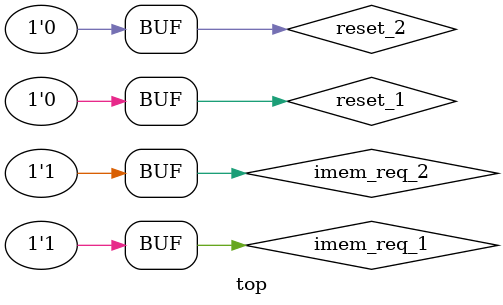
<source format=sv>
`ifdef RISCV_FORMAL
    `define RVFI
`endif

module top (

);
    (* gclk *) reg clk;

    logic clock;
    initial clock = 0;
    always @(posedge clk) begin
        clock <= !clock;
    end

    logic clock_1;
    logic clock_2;

    logic reset_1;
    logic reset_2;
	initial begin
        #10;
		reset_1 <= 1;
		reset_2 <= 1;
        #40;
		reset_1 <= 0;
		reset_2 <= 0;

	end
	//always @(posedge clock) begin
	//	reset_1 <= 0;
	//	reset_2 <= 0;
    //end

    
	integer counter;
	initial counter <= 0;
	always @(posedge clock) begin
		counter <= counter +1;
	end


    logic imem_req_1;
    logic imem_req_2;
    logic [31:0] imem_addr_1;
    logic [31:0] imem_addr_2;
    logic imem_gnt_1;
    logic imem_gnt_2;
    logic [31:0] imem_data_1;
    logic [31:0] imem_data_2;


    logic data_req_1;
    logic data_req_2;
    logic data_we_1;
    logic data_we_2;
    logic [3:0] data_be_1;
    logic [3:0] data_be_2;
    logic [31:0] data_addr_1;
    logic [31:0] data_addr_2;
    logic data_gnt_1;
    logic data_gnt_2;
    logic data_rvalid_1;
    logic data_rvalid_2;
    logic [31:0] data_rdata_1;
    logic [31:0] data_rdata_2;
    logic [31:0] data_wdata_1;
    logic [31:0] data_wdata_2;
    logic data_err_1;
    logic data_err_2;

    logic        irq_x_ack_1;
    logic        irq_x_ack_2;
    logic [4:0]  irq_x_ack_id_1;
    logic [4:0]  irq_x_ack_id_2;

    logic alert_major_1;
    logic alert_major_2;
    logic alert_minor_1;
    logic alert_minor_2;
    logic core_sleep_1;
    logic core_sleep_2;


    logic retire_1;
    logic retire_2;
    logic [31:0] retire_instr_1;
    logic [31:0] retire_instr_2;
    logic fetch_1;
    logic fetch_2;
    logic [31:0] mem_r_data_1;
    logic [31:0] mem_w_data_1;
    logic [31:0] mem_r_data_2;
    logic [31:0] mem_w_data_2;

    logic retire;
    logic atk_equiv;
    logic ctr_equiv;

    logic enable_1;
    logic enable_2;
    logic finished;

    `ifdef RVFI
        logic valid_1;
        logic valid_2;
        logic [31:0] insn_1;
        logic [31:0] insn_2;
        logic [4:0] rd_1;
        logic [4:0] rd_2;
        logic [4:0] rs1_1;
        logic [4:0] rs1_2;
        logic [4:0] rs2_1;
        logic [4:0] rs2_2;
        logic [31:0] rs1_rdata_1;
        logic [31:0] rs1_rdata_2;
        logic [31:0] rs2_rdata_1;
        logic [31:0] rs2_rdata_2;
        logic [31:0] rd_wdata_1;
        logic [31:0] rd_wdata_2;
        logic [31:0] mem_addr_1;
        logic [31:0] mem_addr_2;
        logic [31:0] mem_rdata_1;
        logic [31:0] mem_rdata_2;
        logic [31:0] mem_wdata_1;
        logic [31:0] mem_wdata_2;
        logic [3:0] mem_rmask_1;
        logic [3:0] mem_rmask_2;
        logic [3:0] mem_wmask_1;
        logic [3:0] mem_wmask_2;
        logic [31:0] mem_addr_real_1;
        logic [31:0] mem_addr_real_2;
        logic [31:0] new_pc_1;
        logic [31:0] new_pc_2;
        logic rvfi_trap_1;
        logic rvfi_trap_2;
    `endif


    instr_mem #(
        .ID                     (1),
    ) instr_mem_1 (
        .clk_i                  (clock_1),
        .enable_i               (enable_1),
        .instr_req_i            (imem_req_1),
        .instr_addr_i           (imem_addr_1),
        .instr_gnt_o            (imem_gnt_1),
        .instr_o                (imem_data_1),
    );

    instr_mem #(
        .ID                     (2),
    ) instr_mem_2 (
        .clk_i                  (clock_2),
        .enable_i               (enable_2),
        .instr_req_i            (imem_req_2),
        .instr_addr_i           (imem_addr_2),
        .instr_gnt_o            (imem_gnt_2),
        .instr_o                (imem_data_2),
    );

    data_mem data_mem_1 (
        .clk_i                  (clock_1),
        .data_req_i             (data_req_1),
        .data_we_i              (data_we_1),
        .data_be_i              (data_be_1),
        .data_addr_i            (data_addr_1),
        .data_wdata_i           (data_wdata_1),
        .data_gnt_o             (data_gnt_1),
        .data_rvalid_o          (data_rvalid_1),
        .data_rdata_o           (data_rdata_1),
        .data_err_o             (data_err_1),
    );

    data_mem data_mem_2 (
        .clk_i                  (clock_2),
        .data_req_i             (data_req_2),
        .data_we_i              (data_we_2),
        .data_be_i              (data_be_2),
        .data_addr_i            (data_addr_2),
        .data_wdata_i           (data_wdata_2),
        .data_gnt_o             (data_gnt_2),
        .data_rvalid_o          (data_rvalid_2),
        .data_rdata_o           (data_rdata_2),
        .data_err_o             (data_err_2),
    );

    wire [2:0] mem_typ_1;


    logic instr_req_1;
    logic [31:0] instr_addr_1;

    reg [31:0] prev_instr_addr_1;
    always @(posedge clock_1) begin
        if (instr_req_1)
            prev_instr_addr_1 <= instr_addr_1;
    end
    reg prev_gnt_1;
    always @(posedge clock_1) begin
        if (instr_req_1)
            prev_gnt_1 <= imem_gnt_1;
    end
    reg [31:0] prev_instr_1;
    always @(posedge clock_1) begin
        if (instr_req_1)
            prev_instr_1 <= imem_data_1;
    end

    assign imem_req_1 = 1;
    assign imem_addr_1 = instr_req_1 ? instr_addr_1 : prev_instr_addr_1;

    wire instr_gnt_1;
    assign instr_gnt_1 = instr_req_1 ? imem_gnt_1 : prev_gnt_1;
    wire [31:0] instr_1;
    assign instr_1 = instr_req_1 ? imem_data_1 : prev_instr_1;

    Core_2stage core_1 (
        .clock                      (clock_1),
        .reset                      (reset_1),
        .io_imem_req_valid          (instr_req_1),
        .io_imem_req_bits_addr      (instr_addr_1),
        .io_imem_resp_valid         (instr_gnt_1),
        .io_imem_resp_bits_data     (instr_1),
        .io_dmem_req_valid          (data_req_1),
        .io_dmem_req_bits_addr      (data_addr_1),
        .io_dmem_req_bits_data      (data_wdata_1),
        .io_dmem_req_bits_fcn       (data_we_1),
        .io_dmem_req_bits_typ       (mem_typ_1),
        .io_dmem_resp_valid         (data_gnt_1),
        .io_dmem_resp_bits_data     (data_rdata_1),
        .io_interrupt_debug         (1'b0),
        .io_interrupt_mtip          (1'b0),
        .io_interrupt_msip          (1'b0),
        .io_interrupt_meip          (1'b0),
        .io_hartid                  (1'b0),
        .io_reset_vector            (32'h0),
        //// for contract
        .pc_retire                  (),
        .instr_ctr                  (),
        // data load from memory
        .io_dmem_req_bits_addr_ctr  (),
        //// for state invariant
        .exe_reg_pc                 (),

        .rvfi_valid                 (retire_1),
        .rvfi_order                 (),
        .rvfi_insn                  (retire_instr_1),
        .rvfi_trap                  (rvfi_trap_1),
        .rvfi_halt                  (),
        .rvfi_intr                  (),
        .rvfi_mode                  (),
        .rvfi_ixl                   (),
        .rvfi_rs1_addr              (rs1_1),
        .rvfi_rs2_addr              (rs2_1),
        .rvfi_rs3_addr              (),
        .rvfi_rs1_rdata             (rs1_rdata_1),
        .rvfi_rs2_rdata             (rs2_rdata_1),
        .rvfi_rs3_rdata             (),
        .rvfi_rd_addr               (rd_1),
        .rvfi_rd_wdata              (rd_wdata_1),
        .rvfi_pc_rdata              (),
        .rvfi_pc_wdata              (new_pc_1),
        .rvfi_mem_addr              (mem_addr_1),
        .rvfi_mem_rmask             (mem_rmask_1),
        .rvfi_mem_wmask             (mem_wmask_1),
        .rvfi_mem_rdata             (mem_rdata_1),
        .rvfi_mem_wdata             (mem_wdata_1),
    );

    assign fetch_1 = instr_req_1;
    assign data_be_1 = (mem_typ_1 == 3'b001 || mem_typ_1 == 3'b101) ? 4'b0001 : ((mem_typ_1 == 3'b010 || mem_typ_1 ==3'b110) ? 4'b0011 : 4'b1111);


    wire [2:0] mem_typ_2;

    logic instr_req_2;
    logic [31:0] instr_addr_2;

    reg [31:0] prev_instr_addr_2;
    always @(posedge clock_2) begin
        if (instr_req_2)
            prev_instr_addr_2 <= instr_addr_2;
    end
    reg prev_gnt_2;
    always @(posedge clock_2) begin
        if (instr_req_2)
            prev_gnt_2 <= imem_gnt_2;
    end
    reg [31:0] prev_instr_2;
    always @(posedge clock_2) begin
        if (instr_req_2)
            prev_instr_2 <= imem_data_2;
    end

    assign imem_req_2 = 1;
    assign imem_addr_2 = instr_req_2 ? instr_addr_2 : prev_instr_addr_2;

    wire instr_gnt_2;
    assign instr_gnt_2 = instr_req_2 ? imem_gnt_2 : prev_gnt_2;
    wire [31:0] instr_2;
    assign instr_2 = instr_req_2 ? imem_data_2 : prev_instr_2;

    Core_2stage core_2 (
        .clock                      (clock_2),
        .reset                      (reset_2),
        .io_imem_req_valid          (instr_req_2),
        .io_imem_req_bits_addr      (instr_addr_2),
        .io_imem_resp_valid         (instr_gnt_2),
        .io_imem_resp_bits_data     (instr_2),
        .io_dmem_req_valid          (data_req_2),
        .io_dmem_req_bits_addr      (data_addr_2),
        .io_dmem_req_bits_data      (data_wdata_2),
        .io_dmem_req_bits_fcn       (data_we_2),
        .io_dmem_req_bits_typ       (mem_typ_2),
        .io_dmem_resp_valid         (data_gnt_2),
        .io_dmem_resp_bits_data     (data_rdata_2),
        .io_interrupt_debug         (1'b0),
        .io_interrupt_mtip          (1'b0),
        .io_interrupt_msip          (1'b0),
        .io_interrupt_meip          (1'b0),
        .io_hartid                  (1'b0),
        .io_reset_vector            (32'h0),
        //// for contract
        .pc_retire                  (),
        .instr_ctr                  (),
        // data load from memory
        .io_dmem_req_bits_addr_ctr  (),
        //// for state invariant
        .exe_reg_pc                 (),

        .rvfi_valid                 (retire_2),
        .rvfi_order                 (),
        .rvfi_insn                  (retire_instr_2),
        .rvfi_trap                  (rvfi_trap_2),
        .rvfi_halt                  (),
        .rvfi_intr                  (),
        .rvfi_mode                  (),
        .rvfi_ixl                   (),
        .rvfi_rs1_addr              (rs1_2),
        .rvfi_rs2_addr              (rs2_2),
        .rvfi_rs3_addr              (),
        .rvfi_rs1_rdata             (rs1_rdata_2),
        .rvfi_rs2_rdata             (rs2_rdata_2),
        .rvfi_rs3_rdata             (),
        .rvfi_rd_addr               (rd_2),
        .rvfi_rd_wdata              (rd_wdata_2),
        .rvfi_pc_rdata              (),
        .rvfi_pc_wdata              (new_pc_2),
        .rvfi_mem_addr              (mem_addr_2),
        .rvfi_mem_rmask             (mem_rmask_2),
        .rvfi_mem_wmask             (mem_wmask_2),
        .rvfi_mem_rdata             (mem_rdata_2),
        .rvfi_mem_wdata             (mem_wdata_2),
    );

    assign fetch_2 = instr_req_2;
    assign data_be_2 = (mem_typ_2 == 3'b001 || mem_typ_2 == 3'b101) ? 4'b0001 : ((mem_typ_2 == 3'b010 || mem_typ_2 ==3'b110) ? 4'b0011 : 4'b1111);
    
    atk atk (
        .clk_i(clock),
        .atk_observation_1_i    (clock_1),
        .atk_observation_2_i    (clock_2),
        .atk_equiv_o            (atk_equiv),
    );

    assign mem_r_data_1 = {
            mem_rmask_1[3] ? mem_rdata_1[31:24] : 8'b0,
            mem_rmask_1[2] ? mem_rdata_1[23:16] : 8'b0,
            mem_rmask_1[1] ? mem_rdata_1[15:8] : 8'b0,
            mem_rmask_1[0] ? mem_rdata_1[7:0] : 8'b0
        };
    assign mem_w_data_1 = {
            mem_wmask_1[3] ? mem_wdata_1[31:24] : 8'b0,
            mem_wmask_1[2] ? mem_wdata_1[23:16] : 8'b0,
            mem_wmask_1[1] ? mem_wdata_1[15:8] : 8'b0,
            mem_wmask_1[0] ? mem_wdata_1[7:0] : 8'b0
        };

    assign mem_r_data_2 = {
            mem_rmask_2[3] ? mem_rdata_2[31:24] : 8'b0,
            mem_rmask_2[2] ? mem_rdata_2[23:16] : 8'b0,
            mem_rmask_2[1] ? mem_rdata_2[15:8] : 8'b0,
            mem_rmask_2[0] ? mem_rdata_2[7:0] : 8'b0
        };
    assign mem_w_data_2 = {
            mem_wmask_2[3] ? mem_wdata_2[31:24] : 8'b0,
            mem_wmask_2[2] ? mem_wdata_2[23:16] : 8'b0,
            mem_wmask_2[1] ? mem_wdata_2[15:8] : 8'b0,
            mem_wmask_2[0] ? mem_wdata_2[7:0] : 8'b0
        };

    assign mem_addr_real_1 = (mem_rmask_1 == 0 && mem_wmask_1 == 0) ? 0 : mem_addr_1;
    assign mem_addr_real_2 = (mem_rmask_2 == 0 && mem_wmask_2 == 0) ? 0 : mem_addr_2;
    ctr ctr (
        .clk_i                  (clock),
        .retire_i               (retire),
        .instr_1_i              (retire_instr_1),
        .instr_2_i              (retire_instr_2),
        .rd_1                   (rd_1),
        .rd_2                   (rd_2),
        .rs1_1                  (rs1_1),
        .rs1_2                  (rs1_2),
        .rs2_1                  (rs2_1),
        .rs2_2                  (rs2_2),
        .reg_rs1_1              (rs1_rdata_1),
        .reg_rs1_2              (rs1_rdata_2),
        .reg_rs2_1              (rs2_rdata_1),
        .reg_rs2_2              (rs2_rdata_2),
        .reg_rd_1               (rd_wdata_1),
        .reg_rd_2               (rd_wdata_2),
        .mem_addr_1             (mem_addr_real_1),
        .mem_addr_2             (mem_addr_real_2),
        .mem_r_data_1           (mem_r_data_1),
        .mem_r_data_2           (mem_r_data_2),
        .mem_r_mask_1           (mem_rmask_1),
        .mem_r_mask_2           (mem_rmask_2),
        .mem_w_data_1           (mem_w_data_1),
        .mem_w_data_2           (mem_w_data_2),
        .mem_w_mask_1           (mem_wmask_1),
        .mem_w_mask_2           (mem_wmask_2),
        .new_pc_1               (new_pc_1),
        .new_pc_2               (new_pc_2),
        .ctr_equiv_o            (ctr_equiv),
    );

    clk_sync clk_sync (
        .clk_i                  (clock),
        .retire_1_i             (retire_1),
        .retire_2_i             (retire_2),
        .clk_1_o                (clock_1),
        .clk_2_o                (clock_2),
        .retire_o               (retire),
    );

    control control (
        .clk_i                  (clock),
        .retire_i               (retire),
        .fetch_1_i              (fetch_1),
        .fetch_2_i              (fetch_2),
        .instr_addr_1_i         (instr_addr_1),
        .instr_addr_2_i         (instr_addr_2),
        .enable_1_o             (enable_1),
        .enable_2_o             (enable_2),
        .finished_o             (finished),
    );

//    always @(posedge clk) begin
//        if (finished && ctr_equiv && !atk_equiv) {
//            $finish();
//        }
//    end

endmodule

</source>
